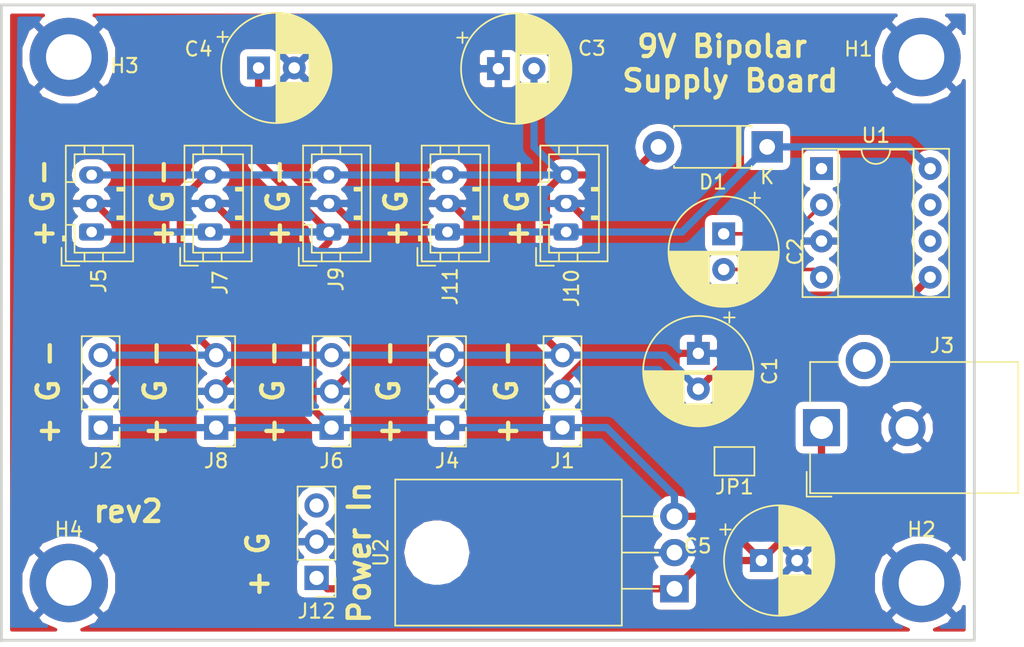
<source format=kicad_pcb>
(kicad_pcb (version 20171130) (host pcbnew "(5.0.1)-rc2")
  (layers (0 F.Cu signal) (31 B.Cu signal) (34 B.Paste user) (35 F.Paste user) (36 B.SilkS user) (37 F.SilkS user) (38 B.Mask user) (39 F.Mask user) (44 Edge.Cuts user))
  (net 0 "")
  (net 1 -9V)
  (net 2 GND)
  (net 3 "Net-(C2-Pad1)")
  (net 4 "Net-(C2-Pad2)")
  (net 5 +9V)
  (net 6 "Net-(U1-Pad1)")
  (net 7 "Net-(U1-Pad6)")
  (net 8 "Net-(U1-Pad7)")
  (net 9 +15V)
  (net 10 "Net-(J12-Pad3)")
  (module Connector_PinHeader_2.54mm:PinHeader_1x03_P2.54mm_Vertical (layer F.Cu) (at 173.8884 74.168 180)
    (fp_text reference J12 (at 0 -2.33 180) (layer F.SilkS))
    (fp_text value PowerIn)
    (pad 1 thru_hole rect (at 0 0 180) (size 1.7 1.7) (drill 1) (layers *.Cu *.Mask) (net 9 +15V))
    (pad 2 thru_hole oval (at 0 2.54 180) (size 1.7 1.7) (drill 1) (layers *.Cu *.Mask) (net 2 GND))
    (pad 3 thru_hole oval (at 0 5.08 180) (size 1.7 1.7) (drill 1) (layers *.Cu *.Mask) (net 10 "Net-(J12-Pad3)"))
  )
  (module Package_TO_SOT_THT:TO-220-3_Horizontal_TabDown (layer F.Cu) (at 198.9836 74.93 90)
    (fp_text reference U2 (at 2.54 -20.58 90) (layer F.SilkS))
    (fp_text value LM7812_TO220)
    (pad "" np_thru_hole oval (at 2.54 -16.66 90) (size 3.5 3.5) (drill 3.5) (layers *.Cu *.Mask))
    (pad 1 thru_hole rect (at 0 0 90) (size 1.905 2) (drill 1.1) (layers *.Cu *.Mask) (net 9 +15V))
    (pad 2 thru_hole oval (at 2.54 0 90) (size 1.905 2) (drill 1.1) (layers *.Cu *.Mask) (net 2 GND))
    (pad 3 thru_hole oval (at 5.08 0 90) (size 1.905 2) (drill 1.1) (layers *.Cu *.Mask) (net 5 +9V))
  )
  (module Connector_PinHeader_2.54mm:PinHeader_1x03_P2.54mm_Vertical (layer F.Cu) (at 191.135 63.627 180)
    (fp_text reference J1 (at 0 -2.33 180) (layer F.SilkS))
    (fp_text value Power1)
    (pad 1 thru_hole rect (at 0 0 180) (size 1.7 1.7) (drill 1) (layers *.Cu *.Mask) (net 5 +9V))
    (pad 2 thru_hole oval (at 0 2.54 180) (size 1.7 1.7) (drill 1) (layers *.Cu *.Mask) (net 2 GND))
    (pad 3 thru_hole oval (at 0 5.08 180) (size 1.7 1.7) (drill 1) (layers *.Cu *.Mask) (net 1 -9V))
  )
  (module Jumper:SolderJumper-2_P1.3mm_Open_Pad1.0x1.5mm (layer F.Cu) (at 203.1896 65.9892 180)
    (fp_text reference JP1 (at 0 -1.8 180) (layer F.SilkS))
    (fp_text value "LinReg Bypass")
    (pad 2 smd rect (at 0.65 0 180) (size 1 1.5) (layers F.Cu F.Mask) (net 5 +9V))
    (pad 1 smd rect (at -0.65 0 180) (size 1 1.5) (layers F.Cu F.Mask) (net 9 +15V))
  )
  (module Capacitor_THT:CP_Radial_D7.5mm_P2.50mm (layer F.Cu) (at 205.0796 72.9488)
    (fp_text reference C5 (at -4.4704 -1.016) (layer F.SilkS))
    (fp_text value 100uF)
    (pad 1 thru_hole rect (at 0 0) (size 1.6 1.6) (drill 0.8) (layers *.Cu *.Mask) (net 9 +15V))
    (pad 2 thru_hole circle (at 2.5 0) (size 1.6 1.6) (drill 0.8) (layers *.Cu *.Mask) (net 2 GND))
  )
  (module MountingHole:MountingHole_3.2mm_M3_ISO14580_Pad (layer F.Cu) (at 216.3064 37.6428)
    (fp_text reference H1 (at -4.4196 -0.5588) (layer F.SilkS))
    (fp_text value MountingHole_Pad)
    (pad 1 thru_hole circle (at 0 0) (size 5.5 5.5) (drill 3.2) (layers *.Cu *.Mask) (net 2 GND))
  )
  (module MountingHole:MountingHole_3.2mm_M3_ISO14580_Pad (layer F.Cu) (at 216.3064 74.5236)
    (fp_text reference H2 (at 0 -3.75) (layer F.SilkS))
    (fp_text value MountingHole_Pad)
    (pad 1 thru_hole circle (at 0 0) (size 5.5 5.5) (drill 3.2) (layers *.Cu *.Mask) (net 2 GND))
  )
  (module MountingHole:MountingHole_3.2mm_M3_ISO14580_Pad (layer F.Cu) (at 156.5148 37.6428)
    (fp_text reference H3 (at 3.9116 0.6096) (layer F.SilkS))
    (fp_text value MountingHole_Pad)
    (pad 1 thru_hole circle (at 0 0) (size 5.5 5.5) (drill 3.2) (layers *.Cu *.Mask) (net 2 GND))
  )
  (module MountingHole:MountingHole_3.2mm_M3_ISO14580_Pad (layer F.Cu) (at 156.5148 74.5236)
    (fp_text reference H4 (at 0 -3.75) (layer F.SilkS))
    (fp_text value MountingHole_Pad)
    (pad 1 thru_hole circle (at 0 0) (size 5.5 5.5) (drill 3.2) (layers *.Cu *.Mask) (net 2 GND))
  )
  (module Diode_THT:D_DO-41_SOD81_P7.62mm_Horizontal (layer F.Cu) (at 205.486 43.942 180)
    (fp_text reference D1 (at 3.81 -2.47 180) (layer F.SilkS))
    (fp_text value D_ALT)
    (fp_text user K (at 0 -2.1 180) (layer F.SilkS))
    (pad 1 thru_hole rect (at 0 0 180) (size 2.2 2.2) (drill 1.1) (layers *.Cu *.Mask) (net 5 +9V))
    (pad 2 thru_hole oval (at 7.62 0 180) (size 2.2 2.2) (drill 1.1) (layers *.Cu *.Mask) (net 1 -9V))
  )
  (module Capacitor_THT:CP_Radial_D7.5mm_P2.50mm (layer F.Cu) (at 200.66 58.42 270)
    (fp_text reference C1 (at 1.25 -5 270) (layer F.SilkS))
    (fp_text value 10uF)
    (pad 2 thru_hole circle (at 2.5 0 270) (size 1.6 1.6) (drill 0.8) (layers *.Cu *.Mask) (net 1 -9V))
    (pad 1 thru_hole rect (at 0 0 270) (size 1.6 1.6) (drill 0.8) (layers *.Cu *.Mask) (net 2 GND))
  )
  (module Capacitor_THT:CP_Radial_D7.5mm_P2.50mm (layer F.Cu) (at 202.438 50.038 270)
    (fp_text reference C2 (at 1.25 -5 270) (layer F.SilkS))
    (fp_text value 10uF)
    (pad 1 thru_hole rect (at 0 0 270) (size 1.6 1.6) (drill 0.8) (layers *.Cu *.Mask) (net 3 "Net-(C2-Pad1)"))
    (pad 2 thru_hole circle (at 2.5 0 270) (size 1.6 1.6) (drill 0.8) (layers *.Cu *.Mask) (net 4 "Net-(C2-Pad2)"))
  )
  (module Capacitor_THT:CP_Radial_D7.5mm_P2.50mm (layer F.Cu) (at 186.6392 38.4556)
    (fp_text reference C3 (at 6.5532 -1.4224) (layer F.SilkS))
    (fp_text value 100uF)
    (pad 1 thru_hole rect (at 0 0) (size 1.6 1.6) (drill 0.8) (layers *.Cu *.Mask) (net 2 GND))
    (pad 2 thru_hole circle (at 2.5 0) (size 1.6 1.6) (drill 0.8) (layers *.Cu *.Mask) (net 1 -9V))
  )
  (module Capacitor_THT:CP_Radial_D7.5mm_P2.50mm (layer F.Cu) (at 169.8244 38.4048)
    (fp_text reference C4 (at -4.2164 -1.3208) (layer F.SilkS))
    (fp_text value 100uF)
    (pad 2 thru_hole circle (at 2.5 0) (size 1.6 1.6) (drill 0.8) (layers *.Cu *.Mask) (net 2 GND))
    (pad 1 thru_hole rect (at 0 0) (size 1.6 1.6) (drill 0.8) (layers *.Cu *.Mask) (net 5 +9V))
  )
  (module Connector_PinHeader_2.54mm:PinHeader_1x03_P2.54mm_Vertical (layer F.Cu) (at 158.75 63.627 180)
    (fp_text reference J2 (at 0 -2.33 180) (layer F.SilkS))
    (fp_text value Power5)
    (pad 3 thru_hole oval (at 0 5.08 180) (size 1.7 1.7) (drill 1) (layers *.Cu *.Mask) (net 1 -9V))
    (pad 2 thru_hole oval (at 0 2.54 180) (size 1.7 1.7) (drill 1) (layers *.Cu *.Mask) (net 2 GND))
    (pad 1 thru_hole rect (at 0 0 180) (size 1.7 1.7) (drill 1) (layers *.Cu *.Mask) (net 5 +9V))
  )
  (module Connector_BarrelJack:BarrelJack_CUI_PJ-102AH_Horizontal (layer F.Cu) (at 209.296 63.627 90)
    (fp_text reference J3 (at 5.75 8.45 180) (layer F.SilkS))
    (fp_text value Jack-DC)
    (pad 1 thru_hole rect (at 0 0 90) (size 2.6 2.6) (drill 1.6) (layers *.Cu *.Mask) (net 9 +15V))
    (pad 2 thru_hole circle (at 0 6 90) (size 2.6 2.6) (drill 1.6) (layers *.Cu *.Mask) (net 2 GND))
    (pad 3 thru_hole circle (at 4.7 3 90) (size 2.6 2.6) (drill 1.6) (layers *.Cu *.Mask))
  )
  (module Connector_PinHeader_2.54mm:PinHeader_1x03_P2.54mm_Vertical (layer F.Cu) (at 183.03875 63.627 180)
    (fp_text reference J4 (at 0 -2.33 180) (layer F.SilkS))
    (fp_text value Power2)
    (pad 3 thru_hole oval (at 0 5.08 180) (size 1.7 1.7) (drill 1) (layers *.Cu *.Mask) (net 1 -9V))
    (pad 2 thru_hole oval (at 0 2.54 180) (size 1.7 1.7) (drill 1) (layers *.Cu *.Mask) (net 2 GND))
    (pad 1 thru_hole rect (at 0 0 180) (size 1.7 1.7) (drill 1) (layers *.Cu *.Mask) (net 5 +9V))
  )
  (module Connector_JST:JST_PH_B3B-PH-K_1x03_P2.00mm_Vertical (layer F.Cu) (at 158.115 49.911 90)
    (fp_text reference J5 (at -3.429 0.508 90) (layer F.SilkS))
    (fp_text value Power6)
    (pad 3 thru_hole oval (at 4 0 90) (size 1.2 1.75) (drill 0.75) (layers *.Cu *.Mask) (net 1 -9V))
    (pad 2 thru_hole oval (at 2 0 90) (size 1.2 1.75) (drill 0.75) (layers *.Cu *.Mask) (net 2 GND))
    (pad 1 thru_hole roundrect (at 0 0 90) (size 1.2 1.75) (drill 0.75) (layers *.Cu *.Mask) (roundrect_rratio 0.208333) (net 5 +9V))
  )
  (module Connector_PinHeader_2.54mm:PinHeader_1x03_P2.54mm_Vertical (layer F.Cu) (at 174.9425 63.627 180)
    (fp_text reference J6 (at 0 -2.33 180) (layer F.SilkS))
    (fp_text value Power3)
    (pad 1 thru_hole rect (at 0 0 180) (size 1.7 1.7) (drill 1) (layers *.Cu *.Mask) (net 5 +9V))
    (pad 2 thru_hole oval (at 0 2.54 180) (size 1.7 1.7) (drill 1) (layers *.Cu *.Mask) (net 2 GND))
    (pad 3 thru_hole oval (at 0 5.08 180) (size 1.7 1.7) (drill 1) (layers *.Cu *.Mask) (net 1 -9V))
  )
  (module Connector_JST:JST_PH_B3B-PH-K_1x03_P2.00mm_Vertical (layer F.Cu) (at 166.4335 49.911 90)
    (fp_text reference J7 (at -3.556 0.6985 90) (layer F.SilkS))
    (fp_text value Power7)
    (pad 1 thru_hole roundrect (at 0 0 90) (size 1.2 1.75) (drill 0.75) (layers *.Cu *.Mask) (roundrect_rratio 0.208333) (net 5 +9V))
    (pad 2 thru_hole oval (at 2 0 90) (size 1.2 1.75) (drill 0.75) (layers *.Cu *.Mask) (net 2 GND))
    (pad 3 thru_hole oval (at 4 0 90) (size 1.2 1.75) (drill 0.75) (layers *.Cu *.Mask) (net 1 -9V))
  )
  (module Connector_PinHeader_2.54mm:PinHeader_1x03_P2.54mm_Vertical (layer F.Cu) (at 166.84625 63.627 180)
    (fp_text reference J8 (at 0 -2.33 180) (layer F.SilkS))
    (fp_text value Power4)
    (pad 1 thru_hole rect (at 0 0 180) (size 1.7 1.7) (drill 1) (layers *.Cu *.Mask) (net 5 +9V))
    (pad 2 thru_hole oval (at 0 2.54 180) (size 1.7 1.7) (drill 1) (layers *.Cu *.Mask) (net 2 GND))
    (pad 3 thru_hole oval (at 0 5.08 180) (size 1.7 1.7) (drill 1) (layers *.Cu *.Mask) (net 1 -9V))
  )
  (module Connector_JST:JST_PH_B3B-PH-K_1x03_P2.00mm_Vertical (layer F.Cu) (at 174.752 49.911 90)
    (fp_text reference J9 (at -3.302 0.508 90) (layer F.SilkS))
    (fp_text value Power8)
    (pad 1 thru_hole roundrect (at 0 0 90) (size 1.2 1.75) (drill 0.75) (layers *.Cu *.Mask) (roundrect_rratio 0.208333) (net 5 +9V))
    (pad 2 thru_hole oval (at 2 0 90) (size 1.2 1.75) (drill 0.75) (layers *.Cu *.Mask) (net 2 GND))
    (pad 3 thru_hole oval (at 4 0 90) (size 1.2 1.75) (drill 0.75) (layers *.Cu *.Mask) (net 1 -9V))
  )
  (module Connector_JST:JST_PH_B3B-PH-K_1x03_P2.00mm_Vertical (layer F.Cu) (at 191.389 49.911 90)
    (fp_text reference J10 (at -3.937 0.381 90) (layer F.SilkS))
    (fp_text value Power11)
    (pad 1 thru_hole roundrect (at 0 0 90) (size 1.2 1.75) (drill 0.75) (layers *.Cu *.Mask) (roundrect_rratio 0.208333) (net 5 +9V))
    (pad 2 thru_hole oval (at 2 0 90) (size 1.2 1.75) (drill 0.75) (layers *.Cu *.Mask) (net 2 GND))
    (pad 3 thru_hole oval (at 4 0 90) (size 1.2 1.75) (drill 0.75) (layers *.Cu *.Mask) (net 1 -9V))
  )
  (module Connector_JST:JST_PH_B3B-PH-K_1x03_P2.00mm_Vertical (layer F.Cu) (at 183.0705 49.911 90)
    (fp_text reference J11 (at -3.81 0.1905 90) (layer F.SilkS))
    (fp_text value Power10)
    (pad 3 thru_hole oval (at 4 0 90) (size 1.2 1.75) (drill 0.75) (layers *.Cu *.Mask) (net 1 -9V))
    (pad 2 thru_hole oval (at 2 0 90) (size 1.2 1.75) (drill 0.75) (layers *.Cu *.Mask) (net 2 GND))
    (pad 1 thru_hole roundrect (at 0 0 90) (size 1.2 1.75) (drill 0.75) (layers *.Cu *.Mask) (roundrect_rratio 0.208333) (net 5 +9V))
  )
  (module Package_DIP:DIP-8_W7.62mm_Socket (layer F.Cu) (at 209.296 45.466)
    (fp_text reference U1 (at 3.81 -2.33) (layer F.SilkS))
    (fp_text value LTC1044)
    (pad 1 thru_hole rect (at 0 0) (size 1.6 1.6) (drill 0.8) (layers *.Cu *.Mask) (net 6 "Net-(U1-Pad1)"))
    (pad 5 thru_hole oval (at 7.62 7.62) (size 1.6 1.6) (drill 0.8) (layers *.Cu *.Mask) (net 1 -9V))
    (pad 2 thru_hole oval (at 0 2.54) (size 1.6 1.6) (drill 0.8) (layers *.Cu *.Mask) (net 3 "Net-(C2-Pad1)"))
    (pad 6 thru_hole oval (at 7.62 5.08) (size 1.6 1.6) (drill 0.8) (layers *.Cu *.Mask) (net 7 "Net-(U1-Pad6)"))
    (pad 3 thru_hole oval (at 0 5.08) (size 1.6 1.6) (drill 0.8) (layers *.Cu *.Mask) (net 2 GND))
    (pad 7 thru_hole oval (at 7.62 2.54) (size 1.6 1.6) (drill 0.8) (layers *.Cu *.Mask) (net 8 "Net-(U1-Pad7)"))
    (pad 4 thru_hole oval (at 0 7.62) (size 1.6 1.6) (drill 0.8) (layers *.Cu *.Mask) (net 4 "Net-(C2-Pad2)"))
    (pad 8 thru_hole oval (at 7.62 0) (size 1.6 1.6) (drill 0.8) (layers *.Cu *.Mask) (net 5 +9V))
  )
  (gr_text "+ G" (at 169.7736 73.2536 90) (layer F.SilkS) (effects (font (size 1.5 1.5) (thickness 0.3))))
  (gr_text "Power In" (at 176.8856 72.39 90) (layer F.SilkS) (effects (font (size 1.5 1.5) (thickness 0.3))))
  (gr_text rev2 (at 160.6804 69.4944) (layer F.SilkS) (effects (font (size 1.5 1.5) (thickness 0.3))))
  (gr_line (start 220.0148 33.9852) (end 220.0148 78.5368) (layer Edge.Cuts) (width 0.2))
  (gr_line (start 151.7904 33.9852) (end 220.0148 33.9852) (layer Edge.Cuts) (width 0.2))
  (gr_line (start 151.7904 78.5876) (end 151.7904 33.9852) (layer Edge.Cuts) (width 0.2))
  (gr_text - (at 155.074 58.42 90) (layer F.SilkS) (effects (font (size 1.5 1.5) (thickness 0.3))))
  (gr_text "9V Bipolar \nSupply Board" (at 202.8952 38.1) (layer F.SilkS) (effects (font (size 1.5 1.5) (thickness 0.3))))
  (gr_line (start 151.7904 78.5368) (end 219.9386 78.5368) (layer Edge.Cuts) (width 0.2))
  (gr_text G (at 187.205 61.048785 90) (layer F.SilkS) (effects (font (size 1.5 1.5) (thickness 0.3))))
  (gr_text + (at 187.325 63.754) (layer F.SilkS) (effects (font (size 1.5 1.5) (thickness 0.3))))
  (gr_text - (at 187.205 58.42 90) (layer F.SilkS) (effects (font (size 1.5 1.5) (thickness 0.3))))
  (gr_text - (at 178.95 58.42 90) (layer F.SilkS) (effects (font (size 1.5 1.5) (thickness 0.3))))
  (gr_text G (at 178.95 61.048785 90) (layer F.SilkS) (effects (font (size 1.5 1.5) (thickness 0.3))))
  (gr_text + (at 179.07 63.754) (layer F.SilkS) (effects (font (size 1.5 1.5) (thickness 0.3))))
  (gr_text + (at 170.942 63.754) (layer F.SilkS) (effects (font (size 1.5 1.5) (thickness 0.3))))
  (gr_text - (at 170.822 58.42 90) (layer F.SilkS) (effects (font (size 1.5 1.5) (thickness 0.3))))
  (gr_text G (at 170.822 61.048785 90) (layer F.SilkS) (effects (font (size 1.5 1.5) (thickness 0.3))))
  (gr_text - (at 162.567 58.42 90) (layer F.SilkS) (effects (font (size 1.5 1.5) (thickness 0.3))))
  (gr_text G (at 162.567 61.048785 90) (layer F.SilkS) (effects (font (size 1.5 1.5) (thickness 0.3))))
  (gr_text + (at 162.687 63.754) (layer F.SilkS) (effects (font (size 1.5 1.5) (thickness 0.3))))
  (gr_text + (at 188.08 49.911) (layer F.SilkS) (effects (font (size 1.5 1.5) (thickness 0.3))))
  (gr_text - (at 187.96 45.72 90) (layer F.SilkS) (effects (font (size 1.5 1.5) (thickness 0.3))))
  (gr_text G (at 187.96 47.777285 90) (layer F.SilkS) (effects (font (size 1.5 1.5) (thickness 0.3))))
  (gr_text G (at 179.451 47.777285 90) (layer F.SilkS) (effects (font (size 1.5 1.5) (thickness 0.3))))
  (gr_text + (at 179.571 49.911) (layer F.SilkS) (effects (font (size 1.5 1.5) (thickness 0.3))))
  (gr_text - (at 179.451 45.72 90) (layer F.SilkS) (effects (font (size 1.5 1.5) (thickness 0.3))))
  (gr_text - (at 171.196 45.72 90) (layer F.SilkS) (effects (font (size 1.5 1.5) (thickness 0.3))))
  (gr_text G (at 171.196 47.777285 90) (layer F.SilkS) (effects (font (size 1.5 1.5) (thickness 0.3))))
  (gr_text + (at 171.316 49.911) (layer F.SilkS) (effects (font (size 1.5 1.5) (thickness 0.3))))
  (gr_text - (at 163.068 45.72 90) (layer F.SilkS) (effects (font (size 1.5 1.5) (thickness 0.3))))
  (gr_text G (at 163.068 47.777285 90) (layer F.SilkS) (effects (font (size 1.5 1.5) (thickness 0.3))))
  (gr_text + (at 163.188 49.911) (layer F.SilkS) (effects (font (size 1.5 1.5) (thickness 0.3))))
  (gr_text G (at 154.686 47.777285 90) (layer F.SilkS) (effects (font (size 1.5 1.5) (thickness 0.3))))
  (gr_text G (at 155.074 61.048785 90) (layer F.SilkS) (effects (font (size 1.5 1.5) (thickness 0.3))))
  (gr_text - (at 154.686 45.72 90) (layer F.SilkS) (effects (font (size 1.5 1.5) (thickness 0.3))))
  (gr_text + (at 155.194 63.754) (layer F.SilkS) (effects (font (size 1.5 1.5) (thickness 0.3))))
  (gr_text + (at 154.806 49.911) (layer F.SilkS) (effects (font (size 1.5 1.5) (thickness 0.3))))
  (segment (start 190.006 45.911) (end 183.0705 45.911) (width 0.508) (layer B.Cu) (net 1))
  (segment (start 191.389 45.911) (end 190.006 45.911) (width 0.508) (layer B.Cu) (net 1))
  (segment (start 181.6875 45.911) (end 174.752 45.911) (width 0.508) (layer B.Cu) (net 1))
  (segment (start 183.0705 45.911) (end 181.6875 45.911) (width 0.508) (layer B.Cu) (net 1))
  (segment (start 173.369 45.911) (end 166.4335 45.911) (width 0.508) (layer B.Cu) (net 1))
  (segment (start 174.752 45.911) (end 173.369 45.911) (width 0.508) (layer B.Cu) (net 1))
  (segment (start 166.4335 45.911) (end 158.115 45.911) (width 0.508) (layer B.Cu) (net 1))
  (segment (start 158.75 58.547) (end 166.84625 58.547) (width 0.508) (layer B.Cu) (net 1))
  (segment (start 166.84625 58.547) (end 174.9425 58.547) (width 0.508) (layer B.Cu) (net 1))
  (segment (start 174.9425 58.547) (end 183.03875 58.547) (width 0.508) (layer B.Cu) (net 1))
  (segment (start 183.03875 58.547) (end 191.135 58.547) (width 0.508) (layer B.Cu) (net 1))
  (segment (start 198.287 58.547) (end 200.66 60.92) (width 0.508) (layer B.Cu) (net 1))
  (segment (start 191.135 58.547) (end 198.287 58.547) (width 0.508) (layer B.Cu) (net 1))
  (segment (start 166.1585 45.911) (end 166.4335 45.911) (width 0.508) (layer F.Cu) (net 1))
  (segment (start 164.338 47.7315) (end 166.1585 45.911) (width 0.508) (layer F.Cu) (net 1))
  (segment (start 164.338 56.03875) (end 164.338 47.7315) (width 0.508) (layer F.Cu) (net 1))
  (segment (start 166.84625 58.547) (end 164.338 56.03875) (width 0.508) (layer F.Cu) (net 1))
  (segment (start 191.114 45.911) (end 191.389 45.911) (width 0.508) (layer F.Cu) (net 1))
  (segment (start 190.006 47.019) (end 191.114 45.911) (width 0.508) (layer F.Cu) (net 1))
  (segment (start 190.006 57.418) (end 190.006 47.019) (width 0.508) (layer F.Cu) (net 1))
  (segment (start 191.135 58.547) (end 190.006 57.418) (width 0.508) (layer F.Cu) (net 1))
  (segment (start 201.459999 60.120001) (end 200.66 60.92) (width 0.508) (layer F.Cu) (net 1))
  (segment (start 207.239999 54.340001) (end 201.459999 60.120001) (width 0.508) (layer F.Cu) (net 1))
  (segment (start 215.661999 54.340001) (end 207.239999 54.340001) (width 0.508) (layer F.Cu) (net 1))
  (segment (start 216.916 53.086) (end 215.661999 54.340001) (width 0.508) (layer F.Cu) (net 1))
  (segment (start 195.897 45.911) (end 197.866 43.942) (width 0.508) (layer F.Cu) (net 1))
  (segment (start 191.389 45.911) (end 195.897 45.911) (width 0.508) (layer F.Cu) (net 1))
  (segment (start 191.114 45.911) (end 191.389 45.911) (width 0.508) (layer B.Cu) (net 1))
  (segment (start 189.1392 43.9362) (end 191.114 45.911) (width 0.508) (layer B.Cu) (net 1))
  (segment (start 189.1392 38.4556) (end 189.1392 43.9362) (width 0.508) (layer B.Cu) (net 1))
  (segment (start 167.696249 60.237001) (end 166.84625 61.087) (width 0.508) (layer F.Cu) (net 2))
  (segment (start 168.150251 59.782999) (end 167.696249 60.237001) (width 0.508) (layer F.Cu) (net 2))
  (segment (start 168.150251 49.352751) (end 168.150251 59.782999) (width 0.508) (layer F.Cu) (net 2))
  (segment (start 166.7085 47.911) (end 168.150251 49.352751) (width 0.508) (layer F.Cu) (net 2))
  (segment (start 166.4335 47.911) (end 166.7085 47.911) (width 0.508) (layer F.Cu) (net 2))
  (segment (start 158.39 47.911) (end 158.115 47.911) (width 0.508) (layer F.Cu) (net 2))
  (segment (start 160.054001 49.575001) (end 158.39 47.911) (width 0.508) (layer F.Cu) (net 2))
  (segment (start 160.054001 59.782999) (end 160.054001 49.575001) (width 0.508) (layer F.Cu) (net 2))
  (segment (start 158.75 61.087) (end 160.054001 59.782999) (width 0.508) (layer F.Cu) (net 2))
  (segment (start 175.027 47.911) (end 174.752 47.911) (width 0.508) (layer F.Cu) (net 2))
  (segment (start 178.181 51.065) (end 175.027 47.911) (width 0.508) (layer F.Cu) (net 2))
  (segment (start 178.181 57.8485) (end 178.181 51.065) (width 0.508) (layer F.Cu) (net 2))
  (segment (start 174.9425 61.087) (end 178.181 57.8485) (width 0.508) (layer F.Cu) (net 2))
  (segment (start 183.3455 47.911) (end 183.0705 47.911) (width 0.508) (layer F.Cu) (net 2))
  (segment (start 184.4535 49.019) (end 183.3455 47.911) (width 0.508) (layer F.Cu) (net 2))
  (segment (start 184.4535 59.67225) (end 184.4535 49.019) (width 0.508) (layer F.Cu) (net 2))
  (segment (start 183.03875 61.087) (end 184.4535 59.67225) (width 0.508) (layer F.Cu) (net 2))
  (segment (start 191.664 47.911) (end 191.389 47.911) (width 0.508) (layer F.Cu) (net 2))
  (segment (start 192.772 49.019) (end 191.664 47.911) (width 0.508) (layer F.Cu) (net 2))
  (segment (start 192.772 58.839922) (end 192.772 49.019) (width 0.508) (layer F.Cu) (net 2))
  (segment (start 191.135 60.476922) (end 192.772 58.839922) (width 0.508) (layer F.Cu) (net 2))
  (segment (start 191.135 61.087) (end 191.135 60.476922) (width 0.508) (layer F.Cu) (net 2))
  (segment (start 207.264 50.038) (end 209.296 48.006) (width 0.254) (layer F.Cu) (net 3))
  (segment (start 202.438 50.038) (end 207.264 50.038) (width 0.254) (layer F.Cu) (net 3))
  (segment (start 208.748 52.538) (end 209.296 53.086) (width 0.254) (layer F.Cu) (net 4))
  (segment (start 202.438 52.538) (end 208.748 52.538) (width 0.254) (layer F.Cu) (net 4))
  (segment (start 191.135 63.627) (end 183.03875 63.627) (width 0.508) (layer B.Cu) (net 5))
  (segment (start 181.68075 63.627) (end 174.9425 63.627) (width 0.508) (layer B.Cu) (net 5))
  (segment (start 183.03875 63.627) (end 181.68075 63.627) (width 0.508) (layer B.Cu) (net 5))
  (segment (start 174.9425 63.627) (end 166.84625 63.627) (width 0.508) (layer B.Cu) (net 5))
  (segment (start 165.48825 63.627) (end 158.75 63.627) (width 0.508) (layer B.Cu) (net 5))
  (segment (start 166.84625 63.627) (end 165.48825 63.627) (width 0.508) (layer B.Cu) (net 5))
  (segment (start 191.389 49.911) (end 183.0705 49.911) (width 0.508) (layer B.Cu) (net 5))
  (segment (start 183.0705 49.911) (end 174.752 49.911) (width 0.508) (layer B.Cu) (net 5))
  (segment (start 173.777 49.911) (end 166.4335 49.911) (width 0.508) (layer B.Cu) (net 5))
  (segment (start 174.752 49.911) (end 173.777 49.911) (width 0.508) (layer B.Cu) (net 5))
  (segment (start 166.4335 49.911) (end 158.115 49.911) (width 0.508) (layer B.Cu) (net 5))
  (segment (start 173.638499 62.322999) (end 174.9425 63.627) (width 0.508) (layer F.Cu) (net 5))
  (segment (start 173.638499 51.724501) (end 173.638499 62.322999) (width 0.508) (layer F.Cu) (net 5))
  (segment (start 174.752 50.611) (end 173.638499 51.724501) (width 0.508) (layer F.Cu) (net 5))
  (segment (start 174.752 49.911) (end 174.752 50.611) (width 0.508) (layer F.Cu) (net 5))
  (segment (start 215.392 43.942) (end 216.916 45.466) (width 0.508) (layer B.Cu) (net 5))
  (segment (start 205.486 43.942) (end 215.392 43.942) (width 0.508) (layer B.Cu) (net 5))
  (segment (start 202.5396 67.2472) (end 202.5396 65.9892) (width 0.508) (layer F.Cu) (net 5))
  (segment (start 202.5396 67.802) (end 202.5396 67.2472) (width 0.508) (layer F.Cu) (net 5))
  (segment (start 200.4916 69.85) (end 202.5396 67.802) (width 0.508) (layer F.Cu) (net 5))
  (segment (start 198.9836 69.85) (end 200.4916 69.85) (width 0.508) (layer F.Cu) (net 5))
  (segment (start 199.517 49.911) (end 205.486 43.942) (width 0.508) (layer B.Cu) (net 5))
  (segment (start 191.389 49.911) (end 199.517 49.911) (width 0.508) (layer B.Cu) (net 5))
  (segment (start 169.8244 44.9834) (end 169.8244 38.4048) (width 0.508) (layer F.Cu) (net 5))
  (segment (start 174.752 49.911) (end 169.8244 44.9834) (width 0.508) (layer F.Cu) (net 5))
  (segment (start 198.9836 68.3895) (end 198.9836 69.85) (width 0.508) (layer B.Cu) (net 5))
  (segment (start 194.2211 63.627) (end 198.9836 68.3895) (width 0.508) (layer B.Cu) (net 5))
  (segment (start 191.135 63.627) (end 194.2211 63.627) (width 0.508) (layer B.Cu) (net 5))
  (segment (start 209.296 68.7324) (end 205.0796 72.9488) (width 0.508) (layer F.Cu) (net 9))
  (segment (start 209.296 63.627) (end 209.296 68.7324) (width 0.508) (layer F.Cu) (net 9))
  (segment (start 199.0311 74.93) (end 198.9836 74.93) (width 0.508) (layer F.Cu) (net 9))
  (segment (start 200.4916 73.4695) (end 199.0311 74.93) (width 0.508) (layer F.Cu) (net 9))
  (segment (start 200.4916 73.422) (end 200.4916 73.4695) (width 0.508) (layer F.Cu) (net 9))
  (segment (start 200.9648 72.9488) (end 200.4916 73.422) (width 0.508) (layer F.Cu) (net 9))
  (segment (start 205.0796 72.9488) (end 200.9648 72.9488) (width 0.508) (layer F.Cu) (net 9))
  (segment (start 203.8396 71.7088) (end 205.0796 72.9488) (width 0.508) (layer F.Cu) (net 9))
  (segment (start 203.8396 65.9892) (end 203.8396 71.7088) (width 0.508) (layer F.Cu) (net 9))
  (segment (start 174.6504 74.93) (end 173.8884 74.168) (width 0.508) (layer F.Cu) (net 9))
  (segment (start 198.9836 74.93) (end 174.6504 74.93) (width 0.508) (layer F.Cu) (net 9))
  (zone (net 2) (net_name GND) (layer F.Cu) (connect_pads (clearance 0.508)) (min_thickness 0.254) (fill yes (arc_segments 16) (thermal_gap 0.508) (thermal_bridge_width 0.508))
    (polygon (pts (xy 152.171373 33.956513) (xy 220.218 33.6423) (xy 219.862394 78.5876) (xy 151.815828 79.022687)))
  )
  (zone (net 2) (net_name GND) (layer B.Cu) (connect_pads (clearance 0.508)) (min_thickness 0.254) (fill yes (arc_segments 16) (thermal_gap 0.508) (thermal_bridge_width 0.508))
    (polygon (pts (xy 220.3577 34.1249) (xy 219.8624 77.7367) (xy 152.29205 77.6605) (xy 152.91435 34.8107)))
  )
)
</source>
